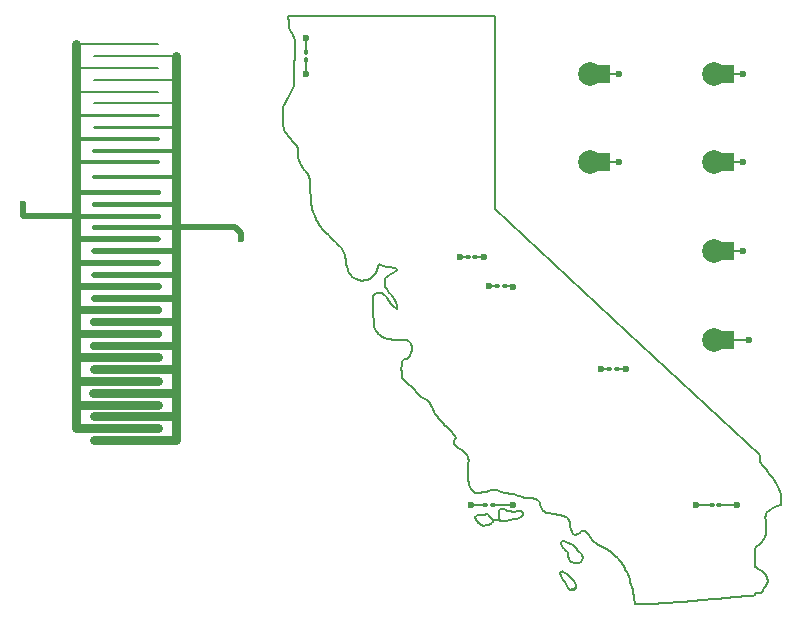
<source format=gbr>
%TF.GenerationSoftware,KiCad,Pcbnew,8.0.8*%
%TF.CreationDate,2025-07-15T17:27:57-07:00*%
%TF.ProjectId,Map Lights,4d617020-4c69-4676-9874-732e6b696361,rev?*%
%TF.SameCoordinates,Original*%
%TF.FileFunction,Copper,L1,Top*%
%TF.FilePolarity,Positive*%
%FSLAX46Y46*%
G04 Gerber Fmt 4.6, Leading zero omitted, Abs format (unit mm)*
G04 Created by KiCad (PCBNEW 8.0.8) date 2025-07-15 17:27:57*
%MOMM*%
%LPD*%
G01*
G04 APERTURE LIST*
G04 Aperture macros list*
%AMRoundRect*
0 Rectangle with rounded corners*
0 $1 Rounding radius*
0 $2 $3 $4 $5 $6 $7 $8 $9 X,Y pos of 4 corners*
0 Add a 4 corners polygon primitive as box body*
4,1,4,$2,$3,$4,$5,$6,$7,$8,$9,$2,$3,0*
0 Add four circle primitives for the rounded corners*
1,1,$1+$1,$2,$3*
1,1,$1+$1,$4,$5*
1,1,$1+$1,$6,$7*
1,1,$1+$1,$8,$9*
0 Add four rect primitives between the rounded corners*
20,1,$1+$1,$2,$3,$4,$5,0*
20,1,$1+$1,$4,$5,$6,$7,0*
20,1,$1+$1,$6,$7,$8,$9,0*
20,1,$1+$1,$8,$9,$2,$3,0*%
G04 Aperture macros list end*
%TA.AperFunction,Conductor*%
%ADD10C,0.200000*%
%TD*%
%TA.AperFunction,EtchedComponent*%
%ADD11C,0.200000*%
%TD*%
%ADD12C,0.200000*%
%TA.AperFunction,EtchedComponent*%
%ADD13C,0.750000*%
%TD*%
%TA.AperFunction,EtchedComponent*%
%ADD14C,0.500000*%
%TD*%
%TA.AperFunction,EtchedComponent*%
%ADD15C,0.250000*%
%TD*%
%TA.AperFunction,EtchedComponent*%
%ADD16C,0.350000*%
%TD*%
%TA.AperFunction,EtchedComponent*%
%ADD17C,0.300000*%
%TD*%
%TA.AperFunction,EtchedComponent*%
%ADD18C,0.400000*%
%TD*%
%TA.AperFunction,EtchedComponent*%
%ADD19C,0.450000*%
%TD*%
%TA.AperFunction,EtchedComponent*%
%ADD20C,0.550000*%
%TD*%
%TA.AperFunction,EtchedComponent*%
%ADD21C,0.600000*%
%TD*%
%TA.AperFunction,EtchedComponent*%
%ADD22C,0.650000*%
%TD*%
%TA.AperFunction,EtchedComponent*%
%ADD23C,0.700000*%
%TD*%
%TA.AperFunction,EtchedComponent*%
%ADD24C,0.800000*%
%TD*%
%TA.AperFunction,WasherPad*%
%ADD25C,2.000000*%
%TD*%
%TA.AperFunction,SMDPad,CuDef*%
%ADD26R,1.500000X1.500000*%
%TD*%
%TA.AperFunction,SMDPad,CuDef*%
%ADD27RoundRect,0.100000X0.100000X-0.130000X0.100000X0.130000X-0.100000X0.130000X-0.100000X-0.130000X0*%
%TD*%
%TA.AperFunction,SMDPad,CuDef*%
%ADD28RoundRect,0.100000X-0.130000X-0.100000X0.130000X-0.100000X0.130000X0.100000X-0.130000X0.100000X0*%
%TD*%
%TA.AperFunction,ViaPad*%
%ADD29C,0.600000*%
%TD*%
%TA.AperFunction,Conductor*%
%ADD30C,0.500000*%
%TD*%
G04 APERTURE END LIST*
D10*
%TO.N,Net-(SW1B-2)*%
X157500000Y-88000000D02*
X158500000Y-88000000D01*
%TO.N,Net-(BT1--)*%
X147500000Y-98500000D02*
X148000000Y-98500000D01*
X132000000Y-80500000D02*
X132000000Y-79500000D01*
X157000000Y-105500000D02*
X157500000Y-105500000D01*
%TO.N,Net-(SW1B-2)*%
X168000000Y-80500000D02*
X169000000Y-80500000D01*
X168000000Y-95500000D02*
X169000000Y-95500000D01*
%TO.N,Net-(BT1--)*%
X145000000Y-96000000D02*
X145500000Y-96000000D01*
%TO.N,Net-(D6-A)*%
X159000000Y-105500000D02*
X158500000Y-105500000D01*
%TO.N,Net-(BT1--)*%
X165000000Y-117000000D02*
X166500000Y-117000000D01*
X146000000Y-117000000D02*
X147000000Y-116966257D01*
%TO.N,Net-(SW1B-2)*%
X157500000Y-80500000D02*
X158500000Y-80500000D01*
%TO.N,Net-(D4-A)*%
X147000000Y-96000000D02*
X146500000Y-96000000D01*
%TO.N,Net-(D5-A)*%
X149500000Y-117000000D02*
X148000000Y-117000000D01*
%TO.N,Net-(SW1B-2)*%
X168000000Y-88000000D02*
X169000000Y-88000000D01*
%TO.N,Net-(BT1--)*%
X166500000Y-117000000D02*
X166000000Y-117000000D01*
%TO.N,Net-(D2-A)*%
X132000000Y-77500000D02*
X132000000Y-78500000D01*
%TO.N,Net-(D7-A)*%
X149500000Y-98500000D02*
X149000000Y-98500000D01*
%TO.N,Net-(SW1B-2)*%
X168000000Y-103000000D02*
X169000000Y-103000000D01*
%TO.N,Net-(D3-A)*%
X168500000Y-117000000D02*
X167000000Y-117000000D01*
D11*
%TD*%
%TO.C,REF\u002A\u002A*%
X130075286Y-83305850D02*
X130058485Y-84198126D01*
%TO.C,REF\u002A\u002A*%
X130487061Y-75608597D02*
X130512939Y-76185149D01*
X130526953Y-82407415D02*
X130075286Y-83305850D01*
X130970628Y-80703089D02*
X130971201Y-81523680D01*
X130971201Y-81523680D02*
X130526953Y-82407415D01*
X139213512Y-75608597D02*
X130487061Y-75608597D01*
X139338541Y-97325479D02*
X139338544Y-97325478D01*
X139703410Y-100366047D02*
X139703410Y-100366049D01*
X140075133Y-105497646D02*
X140075129Y-105497646D01*
X145739177Y-113590708D02*
X145739177Y-113590711D01*
X145754858Y-115090905D02*
X145754858Y-115090902D01*
X146590136Y-118503597D02*
X146652160Y-118558620D01*
X147346043Y-117731869D02*
X147346043Y-117731885D01*
X147346043Y-117731869D02*
X147346043Y-117731885D01*
X147346043Y-117731885D02*
X147346043Y-117731869D01*
X147960414Y-75608597D02*
X139213512Y-75608597D01*
X147960414Y-83792945D02*
X147960414Y-75608597D01*
X147960414Y-91925770D02*
X147960414Y-83792945D01*
X148318820Y-117778367D02*
X148318823Y-117778367D01*
X148532056Y-117309060D02*
X148532053Y-117309060D01*
X148805353Y-118364584D02*
X147815492Y-118232119D01*
X151840336Y-116985778D02*
X151840336Y-116985781D01*
X153724837Y-122620822D02*
X153724837Y-122620850D01*
X153783778Y-120088792D02*
X153783781Y-120088792D01*
X153783781Y-120088792D02*
X153783784Y-120088792D01*
X153783784Y-120088792D02*
X153783781Y-120088792D01*
X154167827Y-120948166D02*
X154167825Y-120948166D01*
X154318194Y-124173378D02*
X154318194Y-124173406D01*
X154426842Y-121789060D02*
X154492226Y-121853182D01*
X154800819Y-119512518D02*
X154800819Y-119512515D01*
X154826566Y-124016984D02*
X154318194Y-124173378D01*
X155407885Y-121447857D02*
X155407883Y-121447857D01*
X156111721Y-119756691D02*
X156111723Y-119756641D01*
X159167550Y-102319734D02*
X147960414Y-91925770D01*
X159790449Y-124836767D02*
X159886074Y-125378458D01*
X159790451Y-124836717D02*
X159790449Y-124836767D01*
X159886074Y-125378458D02*
X160855634Y-125386436D01*
X160855634Y-125386436D02*
X160855637Y-125386386D01*
X169731907Y-124683964D02*
X169731907Y-124683993D01*
X169842094Y-124676825D02*
X169842094Y-124676854D01*
X170397645Y-112734839D02*
X159167550Y-102319734D01*
X170397645Y-113064419D02*
X170397645Y-112734839D01*
X170799613Y-123966453D02*
X170799613Y-123966475D01*
X170802273Y-123959737D02*
X170802273Y-123959758D01*
X171090410Y-123406024D02*
X171090408Y-123406024D01*
X171828254Y-117116411D02*
X172224479Y-116958762D01*
X172224479Y-116958762D02*
X172246600Y-116497573D01*
D12*
X130058485Y-84198126D02*
X130055012Y-84424236D01*
X130055351Y-84656477D01*
X130065554Y-84883033D01*
X130095680Y-85098046D01*
X130135070Y-85238810D01*
X130135070Y-85238810D02*
X130227170Y-85432972D01*
X130347868Y-85605216D01*
X130488162Y-85770284D01*
X130637234Y-85931941D01*
X130693285Y-85991357D01*
X130512939Y-76185149D02*
X130536056Y-76400133D01*
X130573092Y-76605973D01*
X130634877Y-76802658D01*
X130724641Y-76982452D01*
X130767055Y-77050683D01*
X130693285Y-85991357D02*
X130843376Y-86151564D01*
X130986598Y-86310125D01*
X131125722Y-86478542D01*
X131229378Y-86633577D01*
X130767055Y-77050683D02*
X130873334Y-77231947D01*
X130957663Y-77418497D01*
X131020941Y-77616788D01*
X131064070Y-77833273D01*
X131087948Y-78074406D01*
X131093766Y-78275315D01*
X131089643Y-78496442D01*
X131075959Y-78740511D01*
X131053093Y-79010244D01*
X131053093Y-79010244D02*
X131032380Y-79251496D01*
X131017173Y-79465528D01*
X131003541Y-79690802D01*
X130991822Y-79920443D01*
X130982349Y-80147573D01*
X130975460Y-80365315D01*
X130971488Y-80566792D01*
X130970628Y-80703089D01*
X131229378Y-86633577D02*
X131305638Y-86828941D01*
X131328327Y-87032486D01*
X131329624Y-87126407D01*
X131329624Y-87126407D02*
X131335867Y-87379827D01*
X131355927Y-87604905D01*
X131391800Y-87807258D01*
X131461916Y-88036800D01*
X131563753Y-88250584D01*
X131701208Y-88459581D01*
X131839435Y-88630705D01*
X131878178Y-88674763D01*
X131878178Y-88674763D02*
X132022594Y-88839240D01*
X132152386Y-89011068D01*
X132244535Y-89205420D01*
X132262642Y-89266721D01*
X132262642Y-89266721D02*
X132303597Y-89491135D01*
X132325222Y-89722777D01*
X132337390Y-89927438D01*
X132348315Y-90170577D01*
X132357039Y-90396240D01*
X132361628Y-90520357D01*
X132361628Y-90520357D02*
X132375047Y-90814897D01*
X132393162Y-91082653D01*
X132416855Y-91327648D01*
X132447011Y-91553903D01*
X132484512Y-91765441D01*
X132530242Y-91966285D01*
X132585083Y-92160457D01*
X132649920Y-92351980D01*
X132725635Y-92544875D01*
X132813111Y-92743166D01*
X132878400Y-92880344D01*
X132878400Y-92880344D02*
X132978170Y-93071310D01*
X133089320Y-93253337D01*
X133220902Y-93436801D01*
X133381972Y-93632077D01*
X133527572Y-93792527D01*
X133698673Y-93969836D01*
X133899093Y-94168380D01*
X134050882Y-94314701D01*
X134218532Y-94473703D01*
X134403174Y-94646682D01*
X134502221Y-94738819D01*
X134502221Y-94738819D02*
X134653127Y-94884420D01*
X134796677Y-95033139D01*
X134914827Y-95164166D01*
X134914827Y-95164166D02*
X135041917Y-95318758D01*
X135148921Y-95480025D01*
X135148921Y-95480025D02*
X135215170Y-95675074D01*
X135261208Y-95847409D01*
X135261208Y-95847409D02*
X135307095Y-96043901D01*
X135349835Y-96251937D01*
X135375035Y-96390642D01*
X135375035Y-96390642D02*
X135415885Y-96616658D01*
X135462069Y-96835546D01*
X135516980Y-97039900D01*
X135571747Y-97192052D01*
X135571747Y-97192052D02*
X135671219Y-97383126D01*
X135799152Y-97548524D01*
X135904268Y-97655200D01*
X135904268Y-97655200D02*
X136068720Y-97789002D01*
X136243686Y-97891129D01*
X136488430Y-97978480D01*
X136740107Y-98010610D01*
X136991997Y-97988145D01*
X137237381Y-97911708D01*
X137469540Y-97781925D01*
X137630939Y-97649954D01*
X137778284Y-97488590D01*
X137649343Y-99476013D02*
X137642874Y-99684252D01*
X137647302Y-99900168D01*
X137654863Y-100106499D01*
X137663538Y-100311872D01*
X137667543Y-100403291D01*
X137667543Y-100403291D02*
X137677528Y-100628443D01*
X137686900Y-100833298D01*
X137698892Y-101076973D01*
X137710870Y-101289621D01*
X137726760Y-101516199D01*
X137748760Y-101738001D01*
X137781091Y-101940026D01*
X137778284Y-97488590D02*
X137890739Y-97320491D01*
X137983570Y-97132516D01*
X138044164Y-96940138D01*
X138046821Y-96924775D01*
X137781091Y-101940026D02*
X137839189Y-102133295D01*
X137943745Y-102308808D01*
X138093287Y-102468493D01*
X138109411Y-102484100D01*
X137783471Y-99175695D02*
X137671841Y-99349702D01*
X137649343Y-99476013D01*
X138046821Y-96924775D02*
X138095858Y-96725365D01*
X138147627Y-96641398D01*
X138109411Y-102484100D02*
X138276052Y-102627843D01*
X138454589Y-102748280D01*
X138646391Y-102845872D01*
X138852831Y-102921080D01*
X139075279Y-102974366D01*
X139315106Y-103006192D01*
X139573682Y-103017020D01*
X139780743Y-103011639D01*
X139852379Y-103007312D01*
X138147627Y-96641398D02*
X138213851Y-96626837D01*
X138213851Y-96626837D02*
X138329358Y-96679620D01*
X138329358Y-96679620D02*
X138521847Y-96751696D01*
X138582914Y-96766845D01*
X138381588Y-99076849D02*
X138182288Y-99023917D01*
X137971517Y-99052448D01*
X137799251Y-99160473D01*
X137783471Y-99175695D01*
X138582914Y-96766845D02*
X138789411Y-96807556D01*
X138960237Y-96830409D01*
X138641441Y-98220834D02*
X138660710Y-98420255D01*
X138714386Y-98566235D01*
X138714386Y-98566235D02*
X138825096Y-98743054D01*
X138949902Y-98905388D01*
X139036266Y-99011323D01*
X138796851Y-97723103D02*
X138693110Y-97905644D01*
X138646282Y-98113958D01*
X138641441Y-98220834D01*
X138960237Y-96830409D02*
X139172874Y-96860912D01*
X139378639Y-96908396D01*
X139508231Y-96951097D01*
X138978865Y-99694847D02*
X138859357Y-99505559D01*
X138731881Y-99345521D01*
X138579020Y-99200002D01*
X138401499Y-99086136D01*
X138381588Y-99076849D01*
X139036266Y-99011323D02*
X139164973Y-99171531D01*
X139287271Y-99331438D01*
X139339104Y-99401808D01*
X139338544Y-97325478D02*
X139161114Y-97424379D01*
X138980239Y-97546086D01*
X138829710Y-97683861D01*
X138796851Y-97723103D01*
X139339104Y-99401808D02*
X139454989Y-99567977D01*
X139524196Y-99681824D01*
X139447194Y-100227160D02*
X139283796Y-100097343D01*
X139146065Y-99943523D01*
X139017571Y-99760295D01*
X138978865Y-99694847D01*
X139508231Y-96951097D02*
X139668681Y-97033981D01*
X139524196Y-99681824D02*
X139598150Y-99869457D01*
X139654980Y-100067510D01*
X139669245Y-100127613D01*
X139616038Y-97165450D02*
X139436664Y-97272583D01*
X139338541Y-97325479D01*
X139639426Y-100334546D02*
X139460477Y-100234970D01*
X139447194Y-100227160D01*
X139668681Y-97033981D02*
X139713064Y-97092785D01*
X139669245Y-100127613D02*
X139703267Y-100328245D01*
X139698083Y-97106786D02*
X139616038Y-97165450D01*
X139703267Y-100328245D02*
X139703410Y-100366047D01*
X139703410Y-100366049D02*
X139639426Y-100334546D01*
X139713064Y-97092785D02*
X139698083Y-97106786D01*
X139852379Y-103007312D02*
X140063679Y-102995461D01*
X140268715Y-102993808D01*
X140349410Y-102999052D01*
X140075129Y-105497646D02*
X140079945Y-105704840D01*
X140094480Y-105913966D01*
X140098371Y-105952535D01*
X140098371Y-105952535D02*
X140128307Y-106156244D01*
X140156895Y-106247813D01*
X140102715Y-105000616D02*
X140080688Y-105200915D01*
X140075417Y-105412478D01*
X140075133Y-105497646D01*
X140156895Y-106247813D02*
X140281978Y-106408671D01*
X140361587Y-106490028D01*
X140229003Y-104758820D02*
X140119925Y-104934262D01*
X140102715Y-105000616D01*
X140349410Y-102999052D02*
X140546548Y-103046562D01*
X140609826Y-103079277D01*
X140361587Y-106490028D02*
X140510515Y-106631122D01*
X140666615Y-106767473D01*
X140729110Y-106819189D01*
X140368171Y-104651994D02*
X140229003Y-104758820D01*
X140501599Y-104604952D02*
X140368171Y-104651994D01*
X140609826Y-103079277D02*
X140780221Y-103227767D01*
X140894865Y-103405148D01*
X140968030Y-103606697D01*
X140990813Y-103813205D01*
X140982949Y-103898467D01*
X140616686Y-104539147D02*
X140501599Y-104604952D01*
X140729110Y-106819189D02*
X140881364Y-106950186D01*
X141035078Y-107094787D01*
X141180119Y-107242383D01*
X141324852Y-107404212D01*
X141427893Y-107538833D01*
X140770836Y-104358816D02*
X140640042Y-104517062D01*
X140616686Y-104539147D01*
X140982949Y-103898467D02*
X140920619Y-104093925D01*
X140826372Y-104273808D01*
X140770836Y-104358816D01*
X141427893Y-107538833D02*
X141557373Y-107713533D01*
X141704929Y-107851836D01*
X141884946Y-107951909D01*
X142038611Y-108009402D01*
X142038611Y-108009402D02*
X142226978Y-108079181D01*
X142358671Y-108159211D01*
X142358671Y-108159211D02*
X142472991Y-108324095D01*
X142526681Y-108444409D01*
X142526681Y-108444409D02*
X142625734Y-108677536D01*
X142714521Y-108877141D01*
X142826218Y-109104466D01*
X142941949Y-109304194D01*
X143074448Y-109494612D01*
X143236450Y-109694004D01*
X143384974Y-109860437D01*
X143562629Y-110049918D01*
X143774788Y-110270162D01*
X143854104Y-110351747D01*
X143854104Y-110351747D02*
X144005462Y-110507429D01*
X144168911Y-110676492D01*
X144329767Y-110845276D01*
X144472898Y-111000755D01*
X144603990Y-111158757D01*
X144518865Y-111618406D02*
X144547192Y-111823238D01*
X144558207Y-111843820D01*
X144558207Y-111843820D02*
X144699522Y-112008866D01*
X144870637Y-112141575D01*
X145045018Y-112256107D01*
X145161644Y-112327690D01*
X144603990Y-111158757D02*
X144670494Y-111294145D01*
X144634792Y-111378711D02*
X144534920Y-111560650D01*
X144518865Y-111618406D01*
X144670494Y-111294145D02*
X144634792Y-111378711D01*
X145161644Y-112327690D02*
X145323960Y-112447334D01*
X145472852Y-112586945D01*
X145599872Y-112738476D01*
X145599872Y-112738476D02*
X145702888Y-112914847D01*
X145737220Y-113037114D01*
X145737220Y-113037114D02*
X145750355Y-113250469D01*
X145744757Y-113467238D01*
X145739177Y-113590708D01*
X145739177Y-113590711D02*
X145727462Y-113851524D01*
X145718988Y-114087684D01*
X145714087Y-114301046D01*
X145713494Y-114538520D01*
X145719657Y-114746903D01*
X145736888Y-114963669D01*
X145754858Y-115090905D01*
X145754858Y-115090902D02*
X145800247Y-115286431D01*
X145875608Y-115477677D01*
X145992475Y-115667923D01*
X146126862Y-115829867D01*
X146126862Y-115829867D02*
X146296316Y-115949451D01*
X146503570Y-115997290D01*
X146554028Y-115999558D01*
X146315859Y-118056829D02*
X146389297Y-118254960D01*
X146514176Y-118419244D01*
X146590136Y-118503597D01*
X146386563Y-117905200D02*
X146315859Y-118056829D01*
X146554028Y-115999558D02*
X146758061Y-115984677D01*
X146971180Y-115940123D01*
X147187044Y-115875083D01*
X147238250Y-115857450D01*
X146585516Y-117827774D02*
X146395665Y-117898328D01*
X146386563Y-117905200D01*
X146652160Y-118558620D02*
X146802295Y-118698901D01*
X146838792Y-118724250D01*
X146838792Y-118724250D02*
X147038724Y-118758553D01*
X146991261Y-117828491D02*
X146792233Y-117807293D01*
X146585516Y-117827774D01*
X147038724Y-118758553D02*
X147237017Y-118703278D01*
X147424167Y-118654385D01*
X147089827Y-117837591D02*
X146991261Y-117828491D01*
X147139530Y-117814770D02*
X147089827Y-117837591D01*
X147238250Y-115857450D02*
X147468276Y-115784260D01*
X147670511Y-115739690D01*
X147896275Y-115724509D01*
X148126492Y-115751718D01*
X148339244Y-115807237D01*
X148533236Y-115873418D01*
X148585974Y-115893011D01*
X147346043Y-117731885D02*
X147153848Y-117794385D01*
X147139530Y-117814770D01*
X147424167Y-118654385D02*
X147618647Y-118575170D01*
X147770290Y-118440622D01*
X147795471Y-118400130D01*
X147524274Y-117915700D02*
X147400384Y-117756444D01*
X147346043Y-117731869D01*
X147596938Y-118037927D02*
X147524274Y-117915700D01*
X147680943Y-118107792D02*
X147596938Y-118037927D01*
X147795471Y-118400130D02*
X147815492Y-118232119D01*
X147815492Y-118232119D02*
X147680943Y-118107792D01*
X148318823Y-117778367D02*
X148330511Y-117983662D01*
X148344725Y-118079946D01*
X148342202Y-117491910D02*
X148319999Y-117693655D01*
X148318820Y-117778367D01*
X148344725Y-118079946D02*
X148373427Y-118194753D01*
X148373427Y-118194753D02*
X148415290Y-118271899D01*
X148415290Y-118271899D02*
X148601075Y-118352997D01*
X148805353Y-118364584D01*
X148443568Y-117333000D02*
X148342202Y-117491910D01*
X148532053Y-117309060D02*
X148443568Y-117333000D01*
X148585974Y-115893011D02*
X148794971Y-115963515D01*
X149008565Y-116021205D01*
X149225938Y-116063418D01*
X149358262Y-116074462D01*
X148640283Y-117320679D02*
X148532056Y-117309060D01*
X148805353Y-118364584D02*
X149018429Y-118343979D01*
X149216287Y-118297409D01*
X149325205Y-118258038D01*
X148930241Y-117427786D02*
X148744409Y-117351528D01*
X148640283Y-117320679D01*
X149325205Y-118258038D02*
X149524096Y-118195953D01*
X149723634Y-118159816D01*
X149821816Y-118153312D01*
X149358262Y-116074462D02*
X149566036Y-116100204D01*
X149766773Y-116145773D01*
X149978881Y-116207380D01*
X150105208Y-116251433D01*
X149821816Y-118153312D02*
X150029815Y-118117399D01*
X150212441Y-118022824D01*
X149896721Y-117523552D02*
X149688137Y-117583721D01*
X149483910Y-117583672D01*
X149252722Y-117542279D01*
X149039873Y-117473646D01*
X148930241Y-117427786D01*
X150105208Y-116251433D02*
X150319384Y-116322155D01*
X150517189Y-116373524D01*
X150732961Y-116415028D01*
X150933080Y-116432884D01*
X150212441Y-118022824D02*
X150351480Y-117877940D01*
X150397672Y-117725725D01*
X150220701Y-117503810D02*
X150019071Y-117482585D01*
X149896721Y-117523552D01*
X150397672Y-117725725D02*
X150297596Y-117545066D01*
X150220701Y-117503810D01*
X150933080Y-116432884D02*
X151137061Y-116438192D01*
X151340027Y-116462367D01*
X151533697Y-116530394D01*
X151545897Y-116537611D01*
X151545897Y-116537611D02*
X151691272Y-116676638D01*
X151792341Y-116863889D01*
X151840336Y-116985778D01*
X151840336Y-116985781D02*
X151916252Y-117171578D01*
X151990425Y-117323062D01*
X151990425Y-117323062D02*
X152094927Y-117493751D01*
X152138834Y-117542876D01*
X152138834Y-117542876D02*
X152324084Y-117635735D01*
X152414651Y-117663984D01*
X152414651Y-117663984D02*
X152616802Y-117714289D01*
X152818378Y-117752165D01*
X152884101Y-117762409D01*
X152884101Y-117762409D02*
X153087336Y-117793956D01*
X153301691Y-117830833D01*
X153517200Y-117873198D01*
X153722855Y-117921320D01*
X153763355Y-117932101D01*
X153521825Y-122787710D02*
X153573768Y-122971961D01*
X153551784Y-120277522D02*
X153629348Y-120460374D01*
X153559767Y-122653861D02*
X153521825Y-122787710D01*
X153573768Y-122971961D02*
X153668918Y-123158181D01*
X153784031Y-123338035D01*
X153886688Y-123479630D01*
X153606527Y-120128273D02*
X153551784Y-120277522D01*
X153629348Y-120460374D02*
X153753078Y-120622316D01*
X153801140Y-120676408D01*
X153633412Y-122616621D02*
X153559767Y-122653861D01*
X153724837Y-122620850D02*
X153633412Y-122616621D01*
X153763355Y-117932101D02*
X153967262Y-117997976D01*
X154149356Y-118095748D01*
X154160560Y-118106131D01*
X153783778Y-120088792D02*
X153606527Y-120128273D01*
X153801140Y-120676408D02*
X153944967Y-120817950D01*
X153999812Y-120863460D01*
X153886688Y-123479630D02*
X153998544Y-123658543D01*
X154081355Y-123842529D01*
X154094041Y-123884540D01*
X153941711Y-122723868D02*
X153761708Y-122631256D01*
X153724837Y-122620822D01*
X153999812Y-120863460D02*
X154171882Y-120949004D01*
X154094041Y-123884540D02*
X154184826Y-124066897D01*
X154313496Y-124171421D01*
X154160560Y-118106131D02*
X154199622Y-118172775D01*
X154161246Y-121123456D02*
X154161085Y-121337124D01*
X154230595Y-121532331D01*
X154355856Y-121715374D01*
X154426842Y-121789060D01*
X154167827Y-120948166D02*
X154175387Y-120977287D01*
X154171882Y-120949004D02*
X154167825Y-120948166D01*
X154175387Y-120977287D02*
X154161246Y-121123456D01*
X154199622Y-118172775D02*
X154248485Y-118302843D01*
X154248485Y-118302843D02*
X154304154Y-118506537D01*
X154335430Y-118660565D01*
X154313496Y-124171421D02*
X154367478Y-124189055D01*
X154335430Y-118660565D02*
X154373893Y-118858583D01*
X154417616Y-119047550D01*
X154367478Y-124189055D02*
X154515607Y-124236102D01*
X154399962Y-120301745D02*
X154210873Y-120207700D01*
X154008770Y-120129938D01*
X153798881Y-120089057D01*
X153783784Y-120088792D01*
X154417616Y-119047550D02*
X154474095Y-119246964D01*
X154500921Y-119317207D01*
X154492226Y-121853182D02*
X154676993Y-121935064D01*
X154865910Y-121944744D01*
X154500921Y-119317207D02*
X154634864Y-119470686D01*
X154800819Y-119512518D01*
X154501046Y-123239659D02*
X154350324Y-123075899D01*
X154205404Y-122934322D01*
X154052025Y-122803478D01*
X153941711Y-122723868D01*
X154515607Y-124236102D02*
X154684457Y-124168052D01*
X154684457Y-124168052D02*
X154824098Y-124022889D01*
X154826566Y-124016984D01*
X154800819Y-119512515D02*
X154999973Y-119459523D01*
X155165606Y-119347276D01*
X155203344Y-119312863D01*
X154826566Y-124016984D02*
X154839863Y-123815405D01*
X154836786Y-123800533D01*
X154836786Y-123800533D02*
X154764301Y-123609180D01*
X154654602Y-123432045D01*
X154518349Y-123259562D01*
X154501046Y-123239659D01*
X154865910Y-121944744D02*
X155066469Y-121895938D01*
X155238333Y-121787096D01*
X154926395Y-120710151D02*
X154777107Y-120552967D01*
X154601956Y-120422826D01*
X154420854Y-120313223D01*
X154399962Y-120301745D01*
X155203344Y-119312863D02*
X155358316Y-119182892D01*
X155391236Y-119170894D01*
X155238333Y-121787096D02*
X155364499Y-121623525D01*
X155407883Y-121447857D01*
X155239874Y-121095175D02*
X155101951Y-120938619D01*
X154978071Y-120781599D01*
X154926395Y-120710151D01*
X155391236Y-119170894D02*
X155584742Y-119232006D01*
X155606150Y-119242159D01*
X155407885Y-121447857D02*
X155353781Y-121246953D01*
X155239874Y-121095175D01*
X155606150Y-119242159D02*
X155780268Y-119368801D01*
X155931710Y-119523857D01*
X156064883Y-119690007D01*
X156111721Y-119756691D01*
X156111723Y-119756641D02*
X156241450Y-119937405D01*
X156390631Y-120101181D01*
X156573843Y-120242945D01*
X156746696Y-120347438D01*
X156970308Y-120467084D01*
X157077083Y-120521648D01*
X157077083Y-120521648D02*
X157330650Y-120657997D01*
X157567818Y-120801924D01*
X157789290Y-120954122D01*
X157995769Y-121115286D01*
X158187960Y-121286107D01*
X158366567Y-121467281D01*
X158532292Y-121659500D01*
X158685841Y-121863458D01*
X158827916Y-122079849D01*
X158959222Y-122309365D01*
X159041124Y-122470012D01*
X159041124Y-122470012D02*
X159133012Y-122666548D01*
X159221271Y-122870990D01*
X159305607Y-123082418D01*
X159385728Y-123299908D01*
X159461338Y-123522539D01*
X159532145Y-123749388D01*
X159597856Y-123979535D01*
X159658177Y-124212057D01*
X159712815Y-124446032D01*
X159761475Y-124680539D01*
X159790451Y-124836717D01*
X160855637Y-125386386D02*
X161057717Y-125384455D01*
X161315679Y-125375892D01*
X161518199Y-125366536D01*
X161744805Y-125354291D01*
X161995197Y-125339178D01*
X162269075Y-125321220D01*
X162566140Y-125300441D01*
X162886091Y-125276864D01*
X163228629Y-125250511D01*
X163593454Y-125221405D01*
X163980265Y-125189569D01*
X164181822Y-125172635D01*
X164388763Y-125155027D01*
X164601051Y-125136748D01*
X164818649Y-125117801D01*
X165041517Y-125098189D01*
X165269620Y-125077914D01*
X165502920Y-125056980D01*
X165741380Y-125035390D01*
X165741380Y-125035390D02*
X165943680Y-125017012D01*
X166143834Y-124998866D01*
X166439465Y-124972134D01*
X166728786Y-124946054D01*
X167010908Y-124920704D01*
X167284943Y-124896161D01*
X167550002Y-124872504D01*
X167805196Y-124849810D01*
X168049638Y-124828156D01*
X168282438Y-124807621D01*
X168502709Y-124788282D01*
X168573195Y-124782115D01*
X168573195Y-124782115D02*
X168775376Y-124764485D01*
X168992736Y-124745652D01*
X169215000Y-124726578D01*
X169429194Y-124708480D01*
X169471351Y-124704968D01*
X169471351Y-124704968D02*
X169672887Y-124688550D01*
X169731907Y-124683964D01*
X169731907Y-124683993D02*
X169842094Y-124676825D01*
X169842094Y-124676854D02*
X169986163Y-124635972D01*
X169967539Y-121546006D02*
X169969244Y-121333667D01*
X169976237Y-121124038D01*
X169995006Y-120907864D01*
X170031663Y-120727235D01*
X169986163Y-124635972D02*
X170039226Y-124509126D01*
X169990220Y-122125081D02*
X169972233Y-121909183D01*
X169968113Y-121701903D01*
X169967539Y-121546006D01*
X170024942Y-122231769D02*
X169990220Y-122125081D01*
X170031663Y-120727235D02*
X170124015Y-120542760D01*
X170277773Y-120413493D01*
X170304120Y-120397514D01*
X170039226Y-124509126D02*
X170047487Y-124459843D01*
X170047487Y-124459843D02*
X170075209Y-124437162D01*
X170075209Y-124437162D02*
X170280986Y-124419154D01*
X170303283Y-124419521D01*
X170079966Y-122280349D02*
X170024942Y-122231769D01*
X170303283Y-124419521D02*
X170507652Y-124413079D01*
X170588340Y-124384237D01*
X170304120Y-120397514D02*
X170465422Y-120272915D01*
X170479831Y-120258486D01*
X170457009Y-122481682D02*
X170270761Y-122382513D01*
X170086998Y-122284137D01*
X170079966Y-122280349D01*
X170459250Y-113386300D02*
X170402721Y-113188311D01*
X170397645Y-113064419D01*
X170479831Y-120258486D02*
X170584557Y-120106017D01*
X170584557Y-120106017D02*
X170692835Y-119933516D01*
X170761948Y-119864641D01*
X170588340Y-124384237D02*
X170660025Y-124300374D01*
X170660025Y-124300374D02*
X170707348Y-124166940D01*
X170707348Y-124166940D02*
X170770352Y-124009715D01*
X170761948Y-119864641D02*
X170866997Y-119693570D01*
X170909652Y-119478882D01*
X170918338Y-119389172D01*
X170766428Y-113807306D02*
X170632684Y-113643212D01*
X170512531Y-113478676D01*
X170459250Y-113386300D01*
X170770352Y-124009715D02*
X170799613Y-123966453D01*
X170799613Y-123966475D02*
X170802273Y-123959737D01*
X170802273Y-123959758D02*
X170876057Y-123913830D01*
X170876057Y-123913830D02*
X170899439Y-123825206D01*
X170897897Y-118282123D02*
X170895108Y-118066731D01*
X170916400Y-117856666D01*
X170946620Y-117723768D01*
X170899439Y-123825206D02*
X170927861Y-123745959D01*
X170918338Y-119389172D02*
X170928118Y-119179838D01*
X170928362Y-118961592D01*
X170922551Y-118746817D01*
X170911315Y-118505090D01*
X170897897Y-118282123D01*
X170927861Y-123745959D02*
X171000245Y-123659716D01*
X170946620Y-117723768D02*
X171022644Y-117559398D01*
X170994783Y-123071817D02*
X170881739Y-122877604D01*
X170753037Y-122716278D01*
X170602667Y-122576959D01*
X170457009Y-122481682D01*
X171000245Y-123659716D02*
X171089280Y-123471694D01*
X171090410Y-123406024D01*
X171022644Y-117559398D02*
X171103010Y-117508156D01*
X171090408Y-123406024D02*
X171048182Y-123201580D01*
X170994783Y-123071817D01*
X171103010Y-117508156D02*
X171210956Y-117467973D01*
X171210956Y-117467973D02*
X171331644Y-117378927D01*
X171331644Y-117378927D02*
X171502992Y-117268945D01*
X171528075Y-117255440D01*
X171528075Y-117255440D02*
X171712529Y-117165483D01*
X171828254Y-117116411D01*
X171970083Y-115483490D02*
X171866367Y-115291062D01*
X171766275Y-115117386D01*
X171633321Y-114908657D01*
X171510343Y-114733963D01*
X171363399Y-114539612D01*
X171232357Y-114373839D01*
X171079478Y-114185376D01*
X170901182Y-113969237D01*
X170766428Y-113807306D01*
X172246600Y-116497573D02*
X172250082Y-116270635D01*
X172221710Y-116056689D01*
X172155539Y-115861764D01*
X172058863Y-115655300D01*
X171970083Y-115483490D01*
D13*
%TO.C,SW1*%
X112500000Y-78000000D02*
X112500000Y-110500000D01*
D14*
X112500000Y-92500000D02*
X108000000Y-92500000D01*
D11*
X114000000Y-83000000D02*
X121000000Y-83000000D01*
D15*
X114000000Y-85000000D02*
X121000000Y-85000000D01*
D16*
X114000000Y-89250000D02*
X121000000Y-89250000D01*
D11*
X119500000Y-78000000D02*
X112500000Y-78000000D01*
X119500000Y-80000000D02*
X112500000Y-80000000D01*
X119500000Y-82000000D02*
X112500000Y-82000000D01*
D15*
X119500000Y-84000000D02*
X112500000Y-84000000D01*
D17*
X119500000Y-86000000D02*
X112500000Y-86000000D01*
D16*
X119500000Y-88000000D02*
X112500000Y-88000000D01*
D18*
X119500000Y-90500000D02*
X112500000Y-90500000D01*
D19*
X119500000Y-92500000D02*
X112500000Y-92500000D01*
D14*
X119500000Y-94500000D02*
X112500000Y-94500000D01*
D20*
X119500000Y-96500000D02*
X112500000Y-96500000D01*
D21*
X119500000Y-98500000D02*
X112500000Y-98500000D01*
D22*
X119500000Y-100500000D02*
X112500000Y-100500000D01*
D23*
X119500000Y-102500000D02*
X112500000Y-102500000D01*
D13*
X119500000Y-104500000D02*
X112500000Y-104500000D01*
D24*
X119500000Y-106500000D02*
X112500000Y-106500000D01*
X119500000Y-108500000D02*
X112500000Y-108500000D01*
X119500000Y-110500000D02*
X112500000Y-110500000D01*
X120939721Y-107516596D02*
X113939721Y-107516596D01*
D11*
X121000000Y-79000000D02*
X114000000Y-79000000D01*
D13*
X121000000Y-79000000D02*
X121000000Y-111500000D01*
D11*
X121000000Y-81000000D02*
X114000000Y-81000000D01*
D17*
X121000000Y-87000000D02*
X114000000Y-87000000D01*
D18*
X121000000Y-91500000D02*
X114000000Y-91500000D01*
D19*
X121000000Y-93500000D02*
X114000000Y-93500000D01*
D14*
X121000000Y-95500000D02*
X114000000Y-95500000D01*
D20*
X121000000Y-97500000D02*
X114000000Y-97500000D01*
D21*
X121000000Y-99500000D02*
X114000000Y-99500000D01*
D22*
X121000000Y-101500000D02*
X114000000Y-101500000D01*
D23*
X121000000Y-103500000D02*
X114000000Y-103500000D01*
D13*
X121000000Y-105500000D02*
X114000000Y-105500000D01*
D24*
X121000000Y-109500000D02*
X114000000Y-109500000D01*
X121000000Y-111500000D02*
X114000000Y-111500000D01*
D14*
X121250000Y-93500000D02*
X126000000Y-93500000D01*
%TD*%
D25*
%TO.P,DV,*%
%TO.N,*%
X166500000Y-88000000D03*
D26*
%TO.P,DV,1*%
%TO.N,N/C*%
X167500000Y-88000000D03*
%TD*%
D27*
%TO.P,RW,1,K*%
%TO.N,Net-(BT1--)*%
X132000000Y-79320000D03*
%TO.P,RW,2,A*%
%TO.N,Net-(D2-A)*%
X132000000Y-78680000D03*
%TD*%
D28*
%TO.P,YM,1,K*%
%TO.N,Net-(BT1--)*%
X145680000Y-96000000D03*
%TO.P,YM,2,A*%
%TO.N,Net-(D4-A)*%
X146320000Y-96000000D03*
%TD*%
%TO.P,CI,1,K*%
%TO.N,Net-(BT1--)*%
X147180000Y-117000000D03*
%TO.P,CI,2,A*%
%TO.N,Net-(D5-A)*%
X147820000Y-117000000D03*
%TD*%
D25*
%TO.P,CI,*%
%TO.N,*%
X166500000Y-95500000D03*
D26*
%TO.P,CI,1*%
%TO.N,N/C*%
X167500000Y-95500000D03*
%TD*%
D25*
%TO.P,RW,*%
%TO.N,*%
X156000000Y-80500000D03*
D26*
%TO.P,RW,1*%
%TO.N,N/C*%
X157000000Y-80500000D03*
%TD*%
D28*
%TO.P,JT,1,K*%
%TO.N,Net-(BT1--)*%
X166335000Y-117000000D03*
%TO.P,JT,2,A*%
%TO.N,Net-(D3-A)*%
X166975000Y-117000000D03*
%TD*%
%TO.P,DV,1,K*%
%TO.N,Net-(BT1--)*%
X157680000Y-105500000D03*
%TO.P,DV,2,A*%
%TO.N,Net-(D6-A)*%
X158320000Y-105500000D03*
%TD*%
%TO.P,SQ,1,K*%
%TO.N,Net-(BT1--)*%
X148180000Y-98500000D03*
%TO.P,SQ,2,A*%
%TO.N,Net-(D7-A)*%
X148820000Y-98500000D03*
%TD*%
D25*
%TO.P,JT,*%
%TO.N,*%
X166500000Y-103000000D03*
D26*
%TO.P,JT,1,1*%
%TO.N,Net-(SW1B-2)*%
X167500000Y-103000000D03*
%TD*%
D25*
%TO.P,YM,*%
%TO.N,*%
X156000000Y-88000000D03*
D26*
%TO.P,YM,1,1*%
%TO.N,Net-(SW1B-2)*%
X157000000Y-88000000D03*
%TD*%
D25*
%TO.P,SQ,*%
%TO.N,*%
X166500000Y-80500000D03*
D26*
%TO.P,SQ,1,1*%
%TO.N,Net-(SW1B-2)*%
X167500000Y-80500000D03*
%TD*%
D29*
%TO.N,*%
X108000000Y-91500000D03*
%TO.N,Net-(BT1--)*%
X132000000Y-80500000D03*
X126500000Y-94500000D03*
X157000000Y-105500000D03*
X147500000Y-98500000D03*
X165000000Y-117000000D03*
X146000000Y-117000000D03*
X145000000Y-96000000D03*
%TO.N,Net-(D3-A)*%
X168500000Y-117000000D03*
%TO.N,Net-(D5-A)*%
X149500000Y-117000000D03*
%TO.N,Net-(SW1B-2)*%
X169000000Y-95500000D03*
X169500000Y-103000000D03*
X158500000Y-80500000D03*
X158500000Y-88000000D03*
X169000000Y-80500000D03*
X169000000Y-88000000D03*
%TO.N,Net-(D2-A)*%
X132000000Y-77500000D03*
%TO.N,Net-(D4-A)*%
X147050000Y-96010049D03*
%TO.N,Net-(D6-A)*%
X159050000Y-105510049D03*
%TO.N,Net-(D7-A)*%
X149550000Y-98510049D03*
%TD*%
D30*
%TO.N,*%
X108000000Y-92500000D02*
X108000000Y-91500000D01*
%TO.N,Net-(BT1--)*%
X126500000Y-94000000D02*
X126500000Y-94500000D01*
X126000000Y-93500000D02*
X126500000Y-94000000D01*
D10*
%TO.N,Net-(SW1B-2)*%
X169000000Y-103000000D02*
X169500000Y-103000000D01*
%TD*%
M02*

</source>
